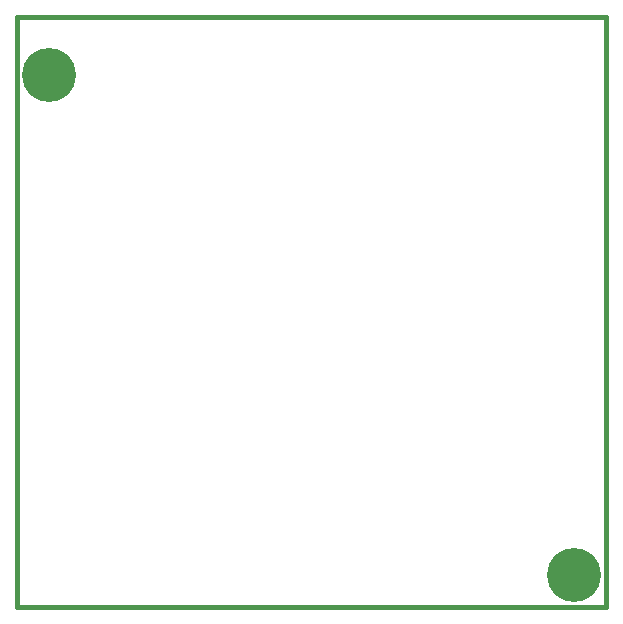
<source format=gbs>
G04 (created by PCBNEW-RS274X (2012-01-19 BZR 3256)-stable) date 2/17/2013 5:40:49 PM*
G01*
G70*
G90*
%MOIN*%
G04 Gerber Fmt 3.4, Leading zero omitted, Abs format*
%FSLAX34Y34*%
G04 APERTURE LIST*
%ADD10C,0.006000*%
%ADD11C,0.015000*%
%ADD12C,0.180000*%
G04 APERTURE END LIST*
G54D10*
G54D11*
X39724Y-24642D02*
X39756Y-24642D01*
X39724Y-44311D02*
X39724Y-24642D01*
X59358Y-44311D02*
X39724Y-44311D01*
X59358Y-24642D02*
X59358Y-44311D01*
X39724Y-24642D02*
X59358Y-24642D01*
G54D12*
X58299Y-43260D03*
X40783Y-26575D03*
M02*

</source>
